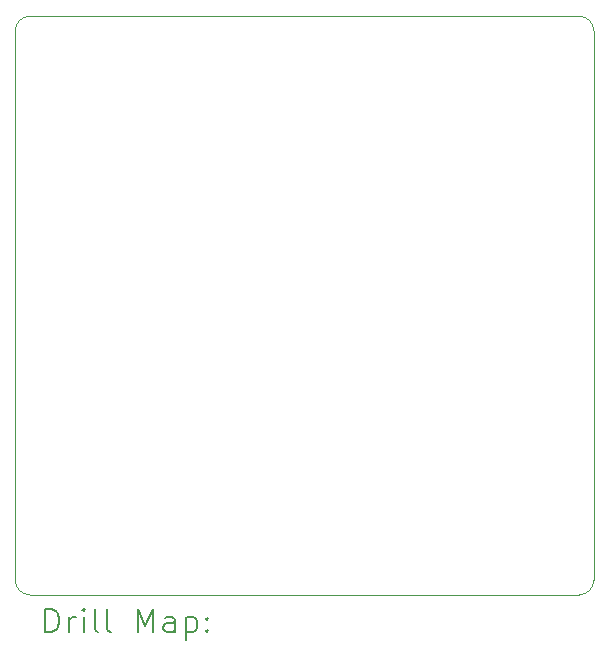
<source format=gbr>
%TF.GenerationSoftware,KiCad,Pcbnew,7.0.6*%
%TF.CreationDate,2023-07-08T15:34:52+08:00*%
%TF.ProjectId,KeyboardInterface,4b657962-6f61-4726-9449-6e7465726661,rev?*%
%TF.SameCoordinates,Original*%
%TF.FileFunction,Drillmap*%
%TF.FilePolarity,Positive*%
%FSLAX45Y45*%
G04 Gerber Fmt 4.5, Leading zero omitted, Abs format (unit mm)*
G04 Created by KiCad (PCBNEW 7.0.6) date 2023-07-08 15:34:52*
%MOMM*%
%LPD*%
G01*
G04 APERTURE LIST*
%ADD10C,0.100000*%
%ADD11C,0.200000*%
G04 APERTURE END LIST*
D10*
X7455803Y-9943197D02*
X12102197Y-9943197D01*
X12102197Y-9943197D02*
G75*
G03*
X12229197Y-9816197I3J126997D01*
G01*
X7328803Y-9816197D02*
G75*
G03*
X7455803Y-9943197I126997J-3D01*
G01*
X12229197Y-5169803D02*
G75*
G03*
X12102197Y-5042803I-126997J3D01*
G01*
X12102197Y-5042803D02*
X7455803Y-5042803D01*
X7455803Y-5042803D02*
G75*
G03*
X7328803Y-5169803I-3J-126997D01*
G01*
X12229197Y-9816197D02*
X12229197Y-5169803D01*
X7328803Y-5169803D02*
X7328803Y-9816197D01*
D11*
X7584579Y-10259681D02*
X7584579Y-10059681D01*
X7584579Y-10059681D02*
X7632198Y-10059681D01*
X7632198Y-10059681D02*
X7660770Y-10069205D01*
X7660770Y-10069205D02*
X7679817Y-10088253D01*
X7679817Y-10088253D02*
X7689341Y-10107300D01*
X7689341Y-10107300D02*
X7698865Y-10145395D01*
X7698865Y-10145395D02*
X7698865Y-10173967D01*
X7698865Y-10173967D02*
X7689341Y-10212062D01*
X7689341Y-10212062D02*
X7679817Y-10231110D01*
X7679817Y-10231110D02*
X7660770Y-10250157D01*
X7660770Y-10250157D02*
X7632198Y-10259681D01*
X7632198Y-10259681D02*
X7584579Y-10259681D01*
X7784579Y-10259681D02*
X7784579Y-10126348D01*
X7784579Y-10164443D02*
X7794103Y-10145395D01*
X7794103Y-10145395D02*
X7803627Y-10135872D01*
X7803627Y-10135872D02*
X7822675Y-10126348D01*
X7822675Y-10126348D02*
X7841722Y-10126348D01*
X7908389Y-10259681D02*
X7908389Y-10126348D01*
X7908389Y-10059681D02*
X7898865Y-10069205D01*
X7898865Y-10069205D02*
X7908389Y-10078729D01*
X7908389Y-10078729D02*
X7917913Y-10069205D01*
X7917913Y-10069205D02*
X7908389Y-10059681D01*
X7908389Y-10059681D02*
X7908389Y-10078729D01*
X8032198Y-10259681D02*
X8013151Y-10250157D01*
X8013151Y-10250157D02*
X8003627Y-10231110D01*
X8003627Y-10231110D02*
X8003627Y-10059681D01*
X8136960Y-10259681D02*
X8117913Y-10250157D01*
X8117913Y-10250157D02*
X8108389Y-10231110D01*
X8108389Y-10231110D02*
X8108389Y-10059681D01*
X8365532Y-10259681D02*
X8365532Y-10059681D01*
X8365532Y-10059681D02*
X8432199Y-10202538D01*
X8432199Y-10202538D02*
X8498865Y-10059681D01*
X8498865Y-10059681D02*
X8498865Y-10259681D01*
X8679818Y-10259681D02*
X8679818Y-10154919D01*
X8679818Y-10154919D02*
X8670294Y-10135872D01*
X8670294Y-10135872D02*
X8651246Y-10126348D01*
X8651246Y-10126348D02*
X8613151Y-10126348D01*
X8613151Y-10126348D02*
X8594103Y-10135872D01*
X8679818Y-10250157D02*
X8660770Y-10259681D01*
X8660770Y-10259681D02*
X8613151Y-10259681D01*
X8613151Y-10259681D02*
X8594103Y-10250157D01*
X8594103Y-10250157D02*
X8584579Y-10231110D01*
X8584579Y-10231110D02*
X8584579Y-10212062D01*
X8584579Y-10212062D02*
X8594103Y-10193015D01*
X8594103Y-10193015D02*
X8613151Y-10183491D01*
X8613151Y-10183491D02*
X8660770Y-10183491D01*
X8660770Y-10183491D02*
X8679818Y-10173967D01*
X8775056Y-10126348D02*
X8775056Y-10326348D01*
X8775056Y-10135872D02*
X8794103Y-10126348D01*
X8794103Y-10126348D02*
X8832199Y-10126348D01*
X8832199Y-10126348D02*
X8851246Y-10135872D01*
X8851246Y-10135872D02*
X8860770Y-10145395D01*
X8860770Y-10145395D02*
X8870294Y-10164443D01*
X8870294Y-10164443D02*
X8870294Y-10221586D01*
X8870294Y-10221586D02*
X8860770Y-10240634D01*
X8860770Y-10240634D02*
X8851246Y-10250157D01*
X8851246Y-10250157D02*
X8832199Y-10259681D01*
X8832199Y-10259681D02*
X8794103Y-10259681D01*
X8794103Y-10259681D02*
X8775056Y-10250157D01*
X8956008Y-10240634D02*
X8965532Y-10250157D01*
X8965532Y-10250157D02*
X8956008Y-10259681D01*
X8956008Y-10259681D02*
X8946484Y-10250157D01*
X8946484Y-10250157D02*
X8956008Y-10240634D01*
X8956008Y-10240634D02*
X8956008Y-10259681D01*
X8956008Y-10135872D02*
X8965532Y-10145395D01*
X8965532Y-10145395D02*
X8956008Y-10154919D01*
X8956008Y-10154919D02*
X8946484Y-10145395D01*
X8946484Y-10145395D02*
X8956008Y-10135872D01*
X8956008Y-10135872D02*
X8956008Y-10154919D01*
M02*

</source>
